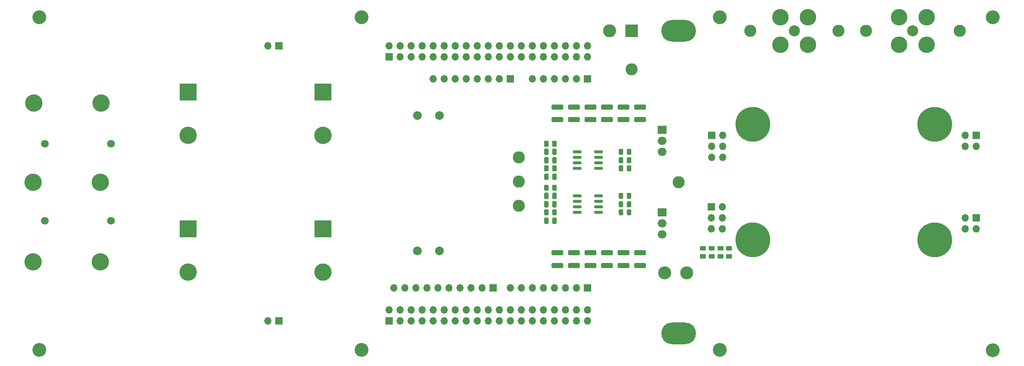
<source format=gbr>
%TF.GenerationSoftware,KiCad,Pcbnew,8.0.8*%
%TF.CreationDate,2025-05-22T14:29:20-05:00*%
%TF.ProjectId,ST2402,53543234-3032-42e6-9b69-6361645f7063,1*%
%TF.SameCoordinates,Original*%
%TF.FileFunction,Soldermask,Top*%
%TF.FilePolarity,Negative*%
%FSLAX46Y46*%
G04 Gerber Fmt 4.6, Leading zero omitted, Abs format (unit mm)*
G04 Created by KiCad (PCBNEW 8.0.8) date 2025-05-22 14:29:20*
%MOMM*%
%LPD*%
G01*
G04 APERTURE LIST*
G04 Aperture macros list*
%AMRoundRect*
0 Rectangle with rounded corners*
0 $1 Rounding radius*
0 $2 $3 $4 $5 $6 $7 $8 $9 X,Y pos of 4 corners*
0 Add a 4 corners polygon primitive as box body*
4,1,4,$2,$3,$4,$5,$6,$7,$8,$9,$2,$3,0*
0 Add four circle primitives for the rounded corners*
1,1,$1+$1,$2,$3*
1,1,$1+$1,$4,$5*
1,1,$1+$1,$6,$7*
1,1,$1+$1,$8,$9*
0 Add four rect primitives between the rounded corners*
20,1,$1+$1,$2,$3,$4,$5,0*
20,1,$1+$1,$4,$5,$6,$7,0*
20,1,$1+$1,$6,$7,$8,$9,0*
20,1,$1+$1,$8,$9,$2,$3,0*%
G04 Aperture macros list end*
%ADD10O,8.000000X5.000000*%
%ADD11C,2.800000*%
%ADD12C,2.540000*%
%ADD13C,3.810000*%
%ADD14RoundRect,0.250000X1.100000X-0.325000X1.100000X0.325000X-1.100000X0.325000X-1.100000X-0.325000X0*%
%ADD15RoundRect,0.250000X-1.100000X0.325000X-1.100000X-0.325000X1.100000X-0.325000X1.100000X0.325000X0*%
%ADD16C,2.000000*%
%ADD17RoundRect,0.250000X-0.262500X-0.450000X0.262500X-0.450000X0.262500X0.450000X-0.262500X0.450000X0*%
%ADD18R,1.700000X1.700000*%
%ADD19O,1.700000X1.700000*%
%ADD20RoundRect,0.250000X0.450000X-0.262500X0.450000X0.262500X-0.450000X0.262500X-0.450000X-0.262500X0*%
%ADD21R,2.000000X1.905000*%
%ADD22O,2.000000X1.905000*%
%ADD23C,3.200000*%
%ADD24RoundRect,0.250000X0.262500X0.450000X-0.262500X0.450000X-0.262500X-0.450000X0.262500X-0.450000X0*%
%ADD25C,8.000000*%
%ADD26RoundRect,0.150000X-0.825000X-0.150000X0.825000X-0.150000X0.825000X0.150000X-0.825000X0.150000X0*%
%ADD27RoundRect,0.250000X0.250000X0.475000X-0.250000X0.475000X-0.250000X-0.475000X0.250000X-0.475000X0*%
%ADD28C,3.000000*%
%ADD29R,3.000000X3.000000*%
%ADD30C,1.800000*%
%ADD31R,4.000000X4.000000*%
%ADD32C,4.000000*%
G04 APERTURE END LIST*
D10*
%TO.C,TP2*%
X184150000Y-132080000D03*
%TD*%
%TO.C,TP1*%
X184150000Y-62230000D03*
%TD*%
D11*
%TO.C,TP12*%
X173355000Y-71120000D03*
%TD*%
%TO.C,TP11*%
X147320000Y-102616000D03*
%TD*%
%TO.C,TP6*%
X184150000Y-97155000D03*
%TD*%
%TO.C,TP15*%
X220980000Y-62230000D03*
%TD*%
%TO.C,TP14*%
X200660000Y-62230000D03*
%TD*%
%TO.C,TP13*%
X248920000Y-62230000D03*
%TD*%
%TO.C,TP10*%
X227330000Y-62230000D03*
%TD*%
%TO.C,TP5*%
X147320000Y-97028000D03*
%TD*%
%TO.C,TP4*%
X147320000Y-91440000D03*
%TD*%
D12*
%TO.C,J19*%
X210820000Y-62230000D03*
D13*
X207645000Y-59055000D03*
X207645000Y-65405000D03*
X213995000Y-59055000D03*
X213995000Y-65405000D03*
%TD*%
D12*
%TO.C,J13*%
X238125000Y-62230000D03*
D13*
X234950000Y-59055000D03*
X234950000Y-65405000D03*
X241300000Y-59055000D03*
X241300000Y-65405000D03*
%TD*%
D14*
%TO.C,C24*%
X156210000Y-116410000D03*
X156210000Y-113460000D03*
%TD*%
D15*
%TO.C,C23*%
X156210000Y-79805000D03*
X156210000Y-82755000D03*
%TD*%
D14*
%TO.C,C22*%
X160020000Y-116410000D03*
X160020000Y-113460000D03*
%TD*%
D15*
%TO.C,C1*%
X160020000Y-79805000D03*
X160020000Y-82755000D03*
%TD*%
D16*
%TO.C,F2*%
X129032000Y-113040000D03*
X123952000Y-113030000D03*
%TD*%
D17*
%TO.C,R18*%
X153712500Y-88265000D03*
X155537500Y-88265000D03*
%TD*%
D18*
%TO.C,J11*%
X252750000Y-105430000D03*
D19*
X250210000Y-105430000D03*
X252750000Y-107970000D03*
X250210000Y-107970000D03*
%TD*%
D15*
%TO.C,C16*%
X167640000Y-79805000D03*
X167640000Y-82755000D03*
%TD*%
D20*
%TO.C,R3*%
X193818000Y-114300000D03*
X193818000Y-112475000D03*
%TD*%
D21*
%TO.C,Q1*%
X180340000Y-85090000D03*
D22*
X180340000Y-87630000D03*
X180340000Y-90170000D03*
%TD*%
D18*
%TO.C,J22*%
X191765000Y-102885000D03*
D19*
X194305000Y-102885000D03*
X191765000Y-105425000D03*
X194305000Y-105425000D03*
X191765000Y-107965000D03*
X194305000Y-107965000D03*
%TD*%
D18*
%TO.C,J2*%
X117475000Y-68275000D03*
D19*
X117475000Y-65735000D03*
X120015000Y-68275000D03*
X120015000Y-65735000D03*
X122555000Y-68275000D03*
X122555000Y-65735000D03*
X125095000Y-68275000D03*
X125095000Y-65735000D03*
X127635000Y-68275000D03*
X127635000Y-65735000D03*
X130175000Y-68275000D03*
X130175000Y-65735000D03*
X132715000Y-68275000D03*
X132715000Y-65735000D03*
X135255000Y-68275000D03*
X135255000Y-65735000D03*
X137795000Y-68275000D03*
X137795000Y-65735000D03*
X140335000Y-68275000D03*
X140335000Y-65735000D03*
X142875000Y-68275000D03*
X142875000Y-65735000D03*
X145415000Y-68275000D03*
X145415000Y-65735000D03*
X147955000Y-68275000D03*
X147955000Y-65735000D03*
X150495000Y-68275000D03*
X150495000Y-65735000D03*
X153035000Y-68275000D03*
X153035000Y-65735000D03*
X155575000Y-68275000D03*
X155575000Y-65735000D03*
X158115000Y-68275000D03*
X158115000Y-65735000D03*
X160655000Y-68275000D03*
X160655000Y-65735000D03*
X163195000Y-68275000D03*
X163195000Y-65735000D03*
%TD*%
D18*
%TO.C,J12*%
X252750000Y-86380000D03*
D19*
X250210000Y-86380000D03*
X252750000Y-88920000D03*
X250210000Y-88920000D03*
%TD*%
D23*
%TO.C,H6*%
X36830000Y-135890000D03*
%TD*%
D18*
%TO.C,J4*%
X145415000Y-73355000D03*
D19*
X142875000Y-73355000D03*
X140335000Y-73355000D03*
X137795000Y-73355000D03*
X135255000Y-73355000D03*
X132715000Y-73355000D03*
X130175000Y-73355000D03*
X127635000Y-73355000D03*
%TD*%
D24*
%TO.C,R30*%
X172720000Y-93980000D03*
X170895000Y-93980000D03*
%TD*%
D23*
%TO.C,H7*%
X111125000Y-135890000D03*
%TD*%
D25*
%TO.C,TP18*%
X243205000Y-83820000D03*
%TD*%
D26*
%TO.C,U8*%
X160785000Y-100330000D03*
X160785000Y-101600000D03*
X160785000Y-102870000D03*
X160785000Y-104140000D03*
X165735000Y-104140000D03*
X165735000Y-102870000D03*
X165735000Y-101600000D03*
X165735000Y-100330000D03*
%TD*%
D27*
%TO.C,C8*%
X155575000Y-95885000D03*
X153675000Y-95885000D03*
%TD*%
D17*
%TO.C,R21*%
X153712500Y-104140000D03*
X155537500Y-104140000D03*
%TD*%
D28*
%TO.C,J14*%
X180975000Y-118110000D03*
%TD*%
D27*
%TO.C,C3*%
X155575000Y-100330000D03*
X153675000Y-100330000D03*
%TD*%
D24*
%TO.C,R31*%
X172720000Y-104140000D03*
X170895000Y-104140000D03*
%TD*%
D29*
%TO.C,J9*%
X173355000Y-62230000D03*
D28*
X168275000Y-62230000D03*
%TD*%
D15*
%TO.C,C12*%
X163830000Y-79805000D03*
X163830000Y-82755000D03*
%TD*%
D16*
%TO.C,F1*%
X129032000Y-81798000D03*
X123952000Y-81788000D03*
%TD*%
D17*
%TO.C,R23*%
X170895000Y-102235000D03*
X172720000Y-102235000D03*
%TD*%
%TO.C,R19*%
X153712500Y-98425000D03*
X155537500Y-98425000D03*
%TD*%
%TO.C,R29*%
X170895000Y-92075000D03*
X172720000Y-92075000D03*
%TD*%
D14*
%TO.C,C19*%
X171450000Y-116410000D03*
X171450000Y-113460000D03*
%TD*%
D17*
%TO.C,R22*%
X170895000Y-100330000D03*
X172720000Y-100330000D03*
%TD*%
D30*
%TO.C,R9*%
X38100000Y-88265000D03*
X53340000Y-88265000D03*
%TD*%
D26*
%TO.C,U6*%
X160785000Y-90170000D03*
X160785000Y-91440000D03*
X160785000Y-92710000D03*
X160785000Y-93980000D03*
X165735000Y-93980000D03*
X165735000Y-92710000D03*
X165735000Y-91440000D03*
X165735000Y-90170000D03*
%TD*%
D25*
%TO.C,TP17*%
X201295000Y-110490000D03*
%TD*%
D31*
%TO.C,C14*%
X102235000Y-107950000D03*
D32*
X102235000Y-117950000D03*
%TD*%
D18*
%TO.C,J1*%
X117475000Y-129185000D03*
D19*
X117475000Y-126645000D03*
X120015000Y-129185000D03*
X120015000Y-126645000D03*
X122555000Y-129185000D03*
X122555000Y-126645000D03*
X125095000Y-129185000D03*
X125095000Y-126645000D03*
X127635000Y-129185000D03*
X127635000Y-126645000D03*
X130175000Y-129185000D03*
X130175000Y-126645000D03*
X132715000Y-129185000D03*
X132715000Y-126645000D03*
X135255000Y-129185000D03*
X135255000Y-126645000D03*
X137795000Y-129185000D03*
X137795000Y-126645000D03*
X140335000Y-129185000D03*
X140335000Y-126645000D03*
X142875000Y-129185000D03*
X142875000Y-126645000D03*
X145415000Y-129185000D03*
X145415000Y-126645000D03*
X147955000Y-129185000D03*
X147955000Y-126645000D03*
X150495000Y-129185000D03*
X150495000Y-126645000D03*
X153035000Y-129185000D03*
X153035000Y-126645000D03*
X155575000Y-129185000D03*
X155575000Y-126645000D03*
X158115000Y-129185000D03*
X158115000Y-126645000D03*
X160655000Y-129185000D03*
X160655000Y-126645000D03*
X163195000Y-129185000D03*
X163195000Y-126645000D03*
%TD*%
D17*
%TO.C,R24*%
X170895000Y-90170000D03*
X172720000Y-90170000D03*
%TD*%
D23*
%TO.C,H5*%
X36830000Y-59055000D03*
%TD*%
D31*
%TO.C,C10*%
X71120000Y-76360000D03*
D32*
X71120000Y-86360000D03*
%TD*%
D18*
%TO.C,J8*%
X92075000Y-65659000D03*
D19*
X89535000Y-65659000D03*
%TD*%
D27*
%TO.C,C7*%
X155575000Y-102235000D03*
X153675000Y-102235000D03*
%TD*%
D14*
%TO.C,C21*%
X175260000Y-116410000D03*
X175260000Y-113460000D03*
%TD*%
D18*
%TO.C,J6*%
X141395000Y-121585000D03*
D19*
X138855000Y-121585000D03*
X136315000Y-121585000D03*
X133775000Y-121585000D03*
X131235000Y-121585000D03*
X128695000Y-121585000D03*
X126155000Y-121585000D03*
X123615000Y-121585000D03*
X121075000Y-121585000D03*
X118535000Y-121585000D03*
%TD*%
D20*
%TO.C,R1*%
X189738000Y-114300000D03*
X189738000Y-112475000D03*
%TD*%
D15*
%TO.C,C20*%
X175260000Y-79805000D03*
X175260000Y-82755000D03*
%TD*%
D23*
%TO.C,H8*%
X111125000Y-59055000D03*
%TD*%
D20*
%TO.C,R4*%
X195818000Y-114300000D03*
X195818000Y-112475000D03*
%TD*%
D15*
%TO.C,C18*%
X171450000Y-79805000D03*
X171450000Y-82755000D03*
%TD*%
D28*
%TO.C,J18*%
X186055000Y-118110000D03*
%TD*%
D32*
%TO.C,J16*%
X50930000Y-97155000D03*
X35430000Y-97155000D03*
%TD*%
D23*
%TO.C,H4*%
X193675000Y-135890000D03*
%TD*%
D27*
%TO.C,C5*%
X155575000Y-92075000D03*
X153675000Y-92075000D03*
%TD*%
D23*
%TO.C,H2*%
X256540000Y-136000000D03*
%TD*%
D21*
%TO.C,Q2*%
X180340000Y-104140000D03*
D22*
X180340000Y-106680000D03*
X180340000Y-109220000D03*
%TD*%
D18*
%TO.C,J5*%
X163195000Y-73355000D03*
D19*
X160655000Y-73355000D03*
X158115000Y-73355000D03*
X155575000Y-73355000D03*
X153035000Y-73355000D03*
X150495000Y-73355000D03*
%TD*%
D25*
%TO.C,TP16*%
X201295000Y-83820000D03*
%TD*%
D30*
%TO.C,R10*%
X53340000Y-106045000D03*
X38100000Y-106045000D03*
%TD*%
D27*
%TO.C,C9*%
X155575000Y-106045000D03*
X153675000Y-106045000D03*
%TD*%
%TO.C,C2*%
X155575000Y-90170000D03*
X153675000Y-90170000D03*
%TD*%
D32*
%TO.C,J17*%
X50930000Y-115570000D03*
X35430000Y-115570000D03*
%TD*%
%TO.C,J15*%
X51060000Y-78900000D03*
X35560000Y-78900000D03*
%TD*%
D14*
%TO.C,C17*%
X167640000Y-116410000D03*
X167640000Y-113460000D03*
%TD*%
D23*
%TO.C,H3*%
X193675000Y-59055000D03*
%TD*%
D31*
%TO.C,C13*%
X71120000Y-107950000D03*
D32*
X71120000Y-117950000D03*
%TD*%
D18*
%TO.C,J7*%
X92075000Y-129185000D03*
D19*
X89535000Y-129185000D03*
%TD*%
D14*
%TO.C,C15*%
X163830000Y-116410000D03*
X163830000Y-113460000D03*
%TD*%
D23*
%TO.C,H1*%
X256540000Y-59055000D03*
%TD*%
D18*
%TO.C,J3*%
X163195000Y-121585000D03*
D19*
X160655000Y-121585000D03*
X158115000Y-121585000D03*
X155575000Y-121585000D03*
X153035000Y-121585000D03*
X150495000Y-121585000D03*
X147955000Y-121585000D03*
X145415000Y-121585000D03*
%TD*%
D17*
%TO.C,R20*%
X153712500Y-93980000D03*
X155537500Y-93980000D03*
%TD*%
D18*
%TO.C,J21*%
X191770000Y-86360000D03*
D19*
X194310000Y-86360000D03*
X191770000Y-88900000D03*
X194310000Y-88900000D03*
X191770000Y-91440000D03*
X194310000Y-91440000D03*
%TD*%
D25*
%TO.C,TP19*%
X243205000Y-110490000D03*
%TD*%
D20*
%TO.C,R2*%
X191818000Y-114300000D03*
X191818000Y-112475000D03*
%TD*%
D31*
%TO.C,C11*%
X102235000Y-76360000D03*
D32*
X102235000Y-86360000D03*
%TD*%
M02*

</source>
